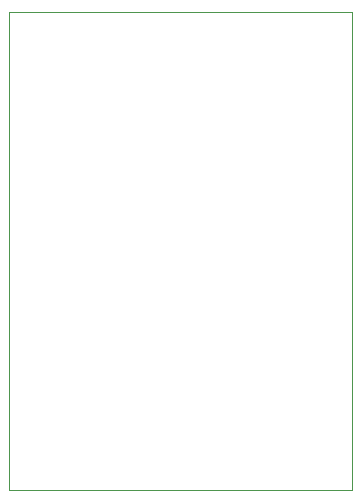
<source format=gm1>
G04 #@! TF.GenerationSoftware,KiCad,Pcbnew,(5.1.9)-1*
G04 #@! TF.CreationDate,2021-04-08T22:29:13+02:00*
G04 #@! TF.ProjectId,MotorPCBZonderLevelShifter,4d6f746f-7250-4434-925a-6f6e6465724c,rev?*
G04 #@! TF.SameCoordinates,Original*
G04 #@! TF.FileFunction,Profile,NP*
%FSLAX46Y46*%
G04 Gerber Fmt 4.6, Leading zero omitted, Abs format (unit mm)*
G04 Created by KiCad (PCBNEW (5.1.9)-1) date 2021-04-08 22:29:13*
%MOMM*%
%LPD*%
G01*
G04 APERTURE LIST*
G04 #@! TA.AperFunction,Profile*
%ADD10C,0.100000*%
G04 #@! TD*
G04 APERTURE END LIST*
D10*
X126500000Y-103000000D02*
X126500000Y-62500000D01*
X155500000Y-103000000D02*
X126500000Y-103000000D01*
X155500000Y-62500000D02*
X155500000Y-103000000D01*
X126500000Y-62500000D02*
X155500000Y-62500000D01*
M02*

</source>
